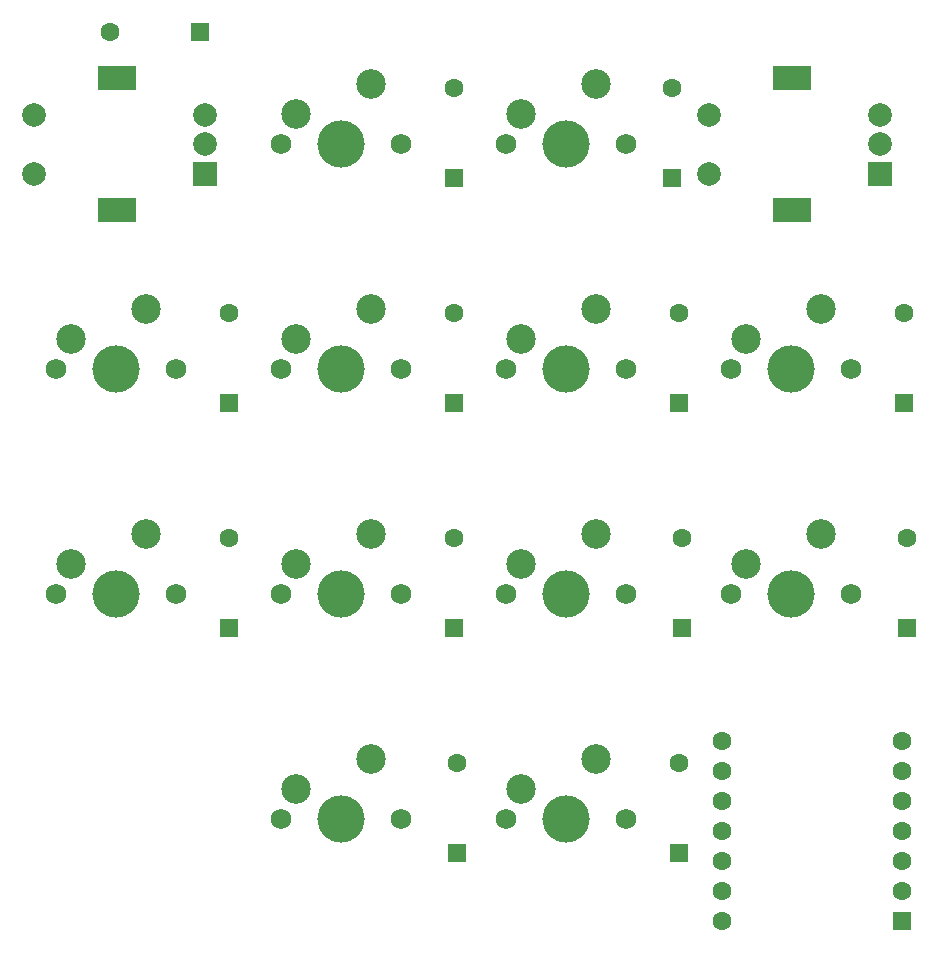
<source format=gbr>
%TF.GenerationSoftware,KiCad,Pcbnew,9.0.6*%
%TF.CreationDate,2025-12-28T20:47:28+01:00*%
%TF.ProjectId,Makropad_v1,4d616b72-6f70-4616-945f-76312e6b6963,rev?*%
%TF.SameCoordinates,Original*%
%TF.FileFunction,Soldermask,Bot*%
%TF.FilePolarity,Negative*%
%FSLAX46Y46*%
G04 Gerber Fmt 4.6, Leading zero omitted, Abs format (unit mm)*
G04 Created by KiCad (PCBNEW 9.0.6) date 2025-12-28 20:47:28*
%MOMM*%
%LPD*%
G01*
G04 APERTURE LIST*
G04 Aperture macros list*
%AMRoundRect*
0 Rectangle with rounded corners*
0 $1 Rounding radius*
0 $2 $3 $4 $5 $6 $7 $8 $9 X,Y pos of 4 corners*
0 Add a 4 corners polygon primitive as box body*
4,1,4,$2,$3,$4,$5,$6,$7,$8,$9,$2,$3,0*
0 Add four circle primitives for the rounded corners*
1,1,$1+$1,$2,$3*
1,1,$1+$1,$4,$5*
1,1,$1+$1,$6,$7*
1,1,$1+$1,$8,$9*
0 Add four rect primitives between the rounded corners*
20,1,$1+$1,$2,$3,$4,$5,0*
20,1,$1+$1,$4,$5,$6,$7,0*
20,1,$1+$1,$6,$7,$8,$9,0*
20,1,$1+$1,$8,$9,$2,$3,0*%
G04 Aperture macros list end*
%ADD10R,2.000000X2.000000*%
%ADD11C,2.000000*%
%ADD12R,3.200000X2.000000*%
%ADD13C,1.750000*%
%ADD14C,4.000000*%
%ADD15C,2.500000*%
%ADD16R,1.600000X1.600000*%
%ADD17C,1.600000*%
%ADD18RoundRect,0.250000X0.550000X-0.550000X0.550000X0.550000X-0.550000X0.550000X-0.550000X-0.550000X0*%
%ADD19RoundRect,0.250000X0.550000X0.550000X-0.550000X0.550000X-0.550000X-0.550000X0.550000X-0.550000X0*%
G04 APERTURE END LIST*
D10*
%TO.C,SW1*%
X101865000Y-84740000D03*
D11*
X101865000Y-79740000D03*
X101865000Y-82240000D03*
D12*
X94365000Y-87840000D03*
X94365000Y-76640000D03*
D11*
X87365000Y-79740000D03*
X87365000Y-84740000D03*
%TD*%
D13*
%TO.C,S2*%
X51117500Y-82240000D03*
D14*
X56197500Y-82240000D03*
D13*
X61277500Y-82240000D03*
D15*
X52387500Y-79700000D03*
X58737500Y-77160000D03*
%TD*%
D13*
%TO.C,S14*%
X70167500Y-139390000D03*
D14*
X75247500Y-139390000D03*
D13*
X80327500Y-139390000D03*
D15*
X71437500Y-136850000D03*
X77787500Y-134310000D03*
%TD*%
D13*
%TO.C,S7*%
X70167500Y-101290000D03*
D14*
X75247500Y-101290000D03*
D13*
X80327500Y-101290000D03*
D15*
X71437500Y-98750000D03*
X77787500Y-96210000D03*
%TD*%
D13*
%TO.C,S8*%
X89217500Y-101290000D03*
D14*
X94297500Y-101290000D03*
D13*
X99377500Y-101290000D03*
D15*
X90487500Y-98750000D03*
X96837500Y-96210000D03*
%TD*%
D13*
%TO.C,S11*%
X51117500Y-120340000D03*
D14*
X56197500Y-120340000D03*
D13*
X61277500Y-120340000D03*
D15*
X52387500Y-117800000D03*
X58737500Y-115260000D03*
%TD*%
D13*
%TO.C,S15*%
X89217500Y-120340000D03*
D14*
X94297500Y-120340000D03*
D13*
X99377500Y-120340000D03*
D15*
X90487500Y-117800000D03*
X96837500Y-115260000D03*
%TD*%
D13*
%TO.C,S3*%
X70167500Y-82240000D03*
D14*
X75247500Y-82240000D03*
D13*
X80327500Y-82240000D03*
D15*
X71437500Y-79700000D03*
X77787500Y-77160000D03*
%TD*%
D13*
%TO.C,S6*%
X51117500Y-101290000D03*
D14*
X56197500Y-101290000D03*
D13*
X61277500Y-101290000D03*
D15*
X52387500Y-98750000D03*
X58737500Y-96210000D03*
%TD*%
D13*
%TO.C,S9*%
X32067500Y-120340000D03*
D14*
X37147500Y-120340000D03*
D13*
X42227500Y-120340000D03*
D15*
X33337500Y-117800000D03*
X39687500Y-115260000D03*
%TD*%
D13*
%TO.C,S5*%
X32067500Y-101290000D03*
D14*
X37147500Y-101290000D03*
D13*
X42227500Y-101290000D03*
D15*
X33337500Y-98750000D03*
X39687500Y-96210000D03*
%TD*%
D13*
%TO.C,S12*%
X51117500Y-139390000D03*
D14*
X56197500Y-139390000D03*
D13*
X61277500Y-139390000D03*
D15*
X52387500Y-136850000D03*
X58737500Y-134310000D03*
%TD*%
D16*
%TO.C,U1*%
X103663750Y-147985000D03*
D17*
X103663750Y-145445000D03*
X103663750Y-142905000D03*
X103663750Y-140365000D03*
X103663750Y-137825000D03*
X103663750Y-135285000D03*
X103663750Y-132745000D03*
X88423750Y-132745000D03*
X88423750Y-135285000D03*
X88423750Y-137825000D03*
X88423750Y-140365000D03*
X88423750Y-142905000D03*
X88423750Y-145445000D03*
X88423750Y-147985000D03*
%TD*%
D13*
%TO.C,S13*%
X70167500Y-120340000D03*
D14*
X75247500Y-120340000D03*
D13*
X80327500Y-120340000D03*
D15*
X71437500Y-117800000D03*
X77787500Y-115260000D03*
%TD*%
D10*
%TO.C,SW3*%
X44715000Y-84740000D03*
D11*
X44715000Y-79740000D03*
X44715000Y-82240000D03*
D12*
X37215000Y-87840000D03*
X37215000Y-76640000D03*
D11*
X30215000Y-79740000D03*
X30215000Y-84740000D03*
%TD*%
D18*
%TO.C,D13*%
X85090000Y-123197500D03*
D17*
X85090000Y-115577500D03*
%TD*%
D18*
%TO.C,D14*%
X84772500Y-142247500D03*
D17*
X84772500Y-134627500D03*
%TD*%
D18*
%TO.C,D6*%
X65722500Y-104147500D03*
D17*
X65722500Y-96527500D03*
%TD*%
D18*
%TO.C,D3*%
X84208750Y-85097500D03*
D17*
X84208750Y-77477500D03*
%TD*%
D18*
%TO.C,D9*%
X46672500Y-123197500D03*
D17*
X46672500Y-115577500D03*
%TD*%
D18*
%TO.C,D15*%
X104140000Y-123197500D03*
D17*
X104140000Y-115577500D03*
%TD*%
D18*
%TO.C,D2*%
X65722500Y-85097500D03*
D17*
X65722500Y-77477500D03*
%TD*%
D18*
%TO.C,D7*%
X84772500Y-104147500D03*
D17*
X84772500Y-96527500D03*
%TD*%
D18*
%TO.C,D8*%
X103822500Y-104147500D03*
D17*
X103822500Y-96527500D03*
%TD*%
D19*
%TO.C,D1*%
X44291250Y-72715000D03*
D17*
X36671250Y-72715000D03*
%TD*%
D18*
%TO.C,D5*%
X46672500Y-104147500D03*
D17*
X46672500Y-96527500D03*
%TD*%
D18*
%TO.C,D11*%
X65722500Y-123197500D03*
D17*
X65722500Y-115577500D03*
%TD*%
D18*
%TO.C,D12*%
X66040000Y-142247500D03*
D17*
X66040000Y-134627500D03*
%TD*%
M02*

</source>
